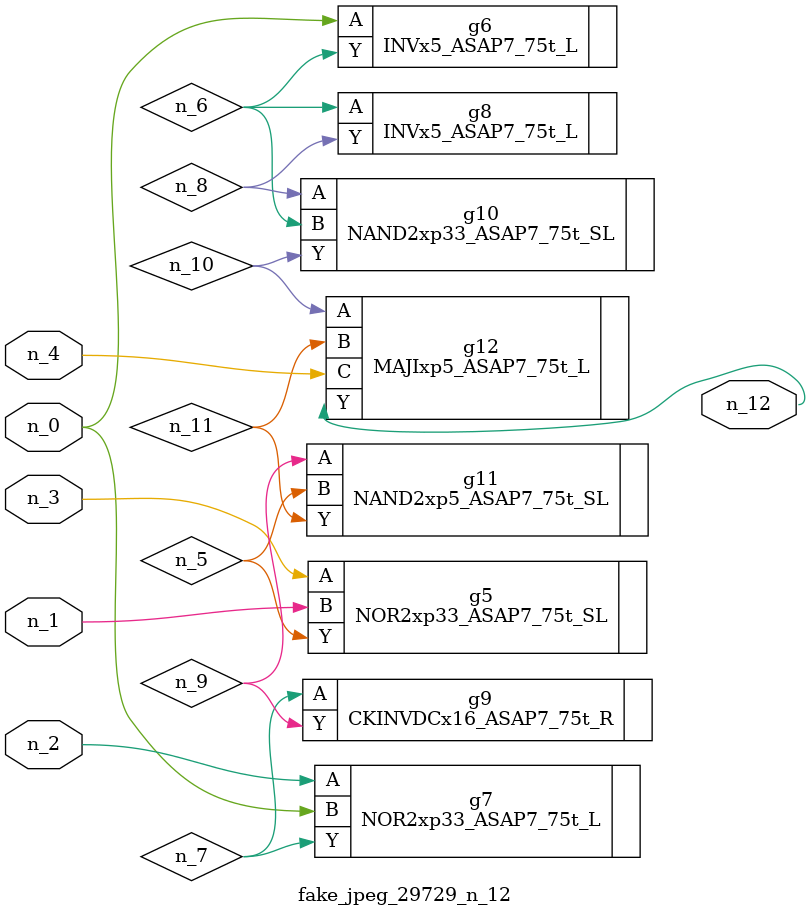
<source format=v>
module fake_jpeg_29729_n_12 (n_3, n_2, n_1, n_0, n_4, n_12);

input n_3;
input n_2;
input n_1;
input n_0;
input n_4;

output n_12;

wire n_11;
wire n_10;
wire n_8;
wire n_9;
wire n_6;
wire n_5;
wire n_7;

NOR2xp33_ASAP7_75t_SL g5 ( 
.A(n_3),
.B(n_1),
.Y(n_5)
);

INVx5_ASAP7_75t_L g6 ( 
.A(n_0),
.Y(n_6)
);

NOR2xp33_ASAP7_75t_L g7 ( 
.A(n_2),
.B(n_0),
.Y(n_7)
);

INVx5_ASAP7_75t_L g8 ( 
.A(n_6),
.Y(n_8)
);

NAND2xp33_ASAP7_75t_SL g10 ( 
.A(n_8),
.B(n_6),
.Y(n_10)
);

CKINVDCx16_ASAP7_75t_R g9 ( 
.A(n_7),
.Y(n_9)
);

NAND2xp5_ASAP7_75t_SL g11 ( 
.A(n_9),
.B(n_5),
.Y(n_11)
);

MAJIxp5_ASAP7_75t_L g12 ( 
.A(n_10),
.B(n_11),
.C(n_4),
.Y(n_12)
);


endmodule
</source>
